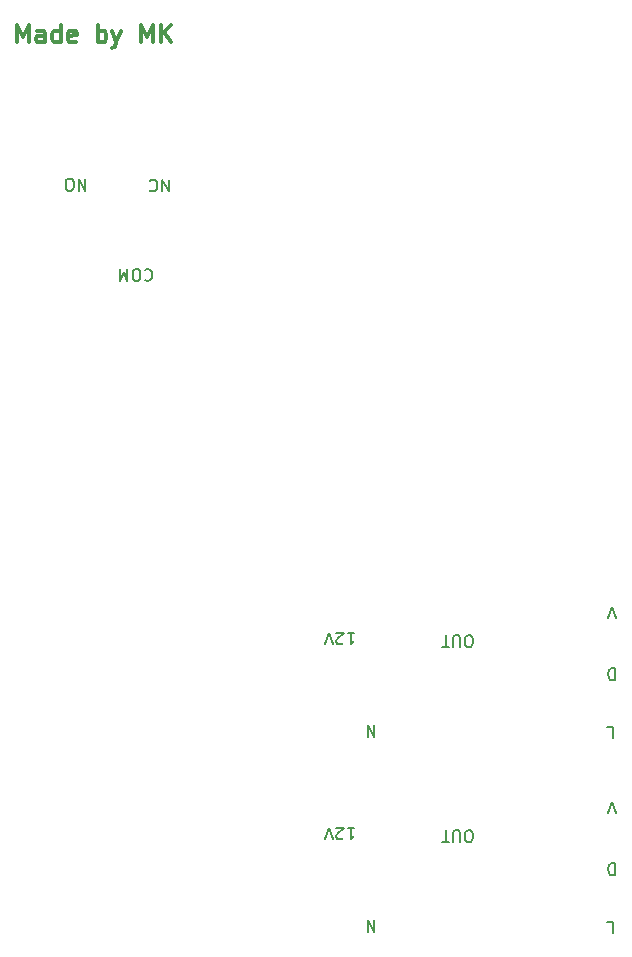
<source format=gbr>
%TF.GenerationSoftware,KiCad,Pcbnew,(6.0.5)*%
%TF.CreationDate,2023-02-13T18:16:20+09:00*%
%TF.ProjectId,charge shutdown PCB_v.2,63686172-6765-4207-9368-7574646f776e,rev?*%
%TF.SameCoordinates,Original*%
%TF.FileFunction,Legend,Bot*%
%TF.FilePolarity,Positive*%
%FSLAX46Y46*%
G04 Gerber Fmt 4.6, Leading zero omitted, Abs format (unit mm)*
G04 Created by KiCad (PCBNEW (6.0.5)) date 2023-02-13 18:16:20*
%MOMM*%
%LPD*%
G01*
G04 APERTURE LIST*
%ADD10C,0.300000*%
%ADD11C,0.150000*%
G04 APERTURE END LIST*
D10*
X130152000Y-23538571D02*
X130152000Y-22038571D01*
X130652000Y-23110000D01*
X131152000Y-22038571D01*
X131152000Y-23538571D01*
X132509142Y-23538571D02*
X132509142Y-22752857D01*
X132437714Y-22610000D01*
X132294857Y-22538571D01*
X132009142Y-22538571D01*
X131866285Y-22610000D01*
X132509142Y-23467142D02*
X132366285Y-23538571D01*
X132009142Y-23538571D01*
X131866285Y-23467142D01*
X131794857Y-23324285D01*
X131794857Y-23181428D01*
X131866285Y-23038571D01*
X132009142Y-22967142D01*
X132366285Y-22967142D01*
X132509142Y-22895714D01*
X133866285Y-23538571D02*
X133866285Y-22038571D01*
X133866285Y-23467142D02*
X133723428Y-23538571D01*
X133437714Y-23538571D01*
X133294857Y-23467142D01*
X133223428Y-23395714D01*
X133152000Y-23252857D01*
X133152000Y-22824285D01*
X133223428Y-22681428D01*
X133294857Y-22610000D01*
X133437714Y-22538571D01*
X133723428Y-22538571D01*
X133866285Y-22610000D01*
X135152000Y-23467142D02*
X135009142Y-23538571D01*
X134723428Y-23538571D01*
X134580571Y-23467142D01*
X134509142Y-23324285D01*
X134509142Y-22752857D01*
X134580571Y-22610000D01*
X134723428Y-22538571D01*
X135009142Y-22538571D01*
X135152000Y-22610000D01*
X135223428Y-22752857D01*
X135223428Y-22895714D01*
X134509142Y-23038571D01*
X137009142Y-23538571D02*
X137009142Y-22038571D01*
X137009142Y-22610000D02*
X137152000Y-22538571D01*
X137437714Y-22538571D01*
X137580571Y-22610000D01*
X137652000Y-22681428D01*
X137723428Y-22824285D01*
X137723428Y-23252857D01*
X137652000Y-23395714D01*
X137580571Y-23467142D01*
X137437714Y-23538571D01*
X137152000Y-23538571D01*
X137009142Y-23467142D01*
X138223428Y-22538571D02*
X138580571Y-23538571D01*
X138937714Y-22538571D02*
X138580571Y-23538571D01*
X138437714Y-23895714D01*
X138366285Y-23967142D01*
X138223428Y-24038571D01*
X140652000Y-23538571D02*
X140652000Y-22038571D01*
X141152000Y-23110000D01*
X141652000Y-22038571D01*
X141652000Y-23538571D01*
X142366285Y-23538571D02*
X142366285Y-22038571D01*
X143223428Y-23538571D02*
X142580571Y-22681428D01*
X143223428Y-22038571D02*
X142366285Y-22895714D01*
D11*
%TO.C,U1*%
X160432714Y-81335619D02*
X160432714Y-82335619D01*
X159861285Y-81335619D01*
X159861285Y-82335619D01*
X180779704Y-76535019D02*
X180779704Y-77535019D01*
X180541609Y-77535019D01*
X180398752Y-77487400D01*
X180303514Y-77392161D01*
X180255895Y-77296923D01*
X180208276Y-77106447D01*
X180208276Y-76963590D01*
X180255895Y-76773114D01*
X180303514Y-76677876D01*
X180398752Y-76582638D01*
X180541609Y-76535019D01*
X180779704Y-76535019D01*
X180901933Y-72302619D02*
X180568600Y-71302619D01*
X180235266Y-72302619D01*
X168513000Y-74741019D02*
X168322523Y-74741019D01*
X168227285Y-74693400D01*
X168132047Y-74598161D01*
X168084428Y-74407685D01*
X168084428Y-74074352D01*
X168132047Y-73883876D01*
X168227285Y-73788638D01*
X168322523Y-73741019D01*
X168513000Y-73741019D01*
X168608238Y-73788638D01*
X168703476Y-73883876D01*
X168751095Y-74074352D01*
X168751095Y-74407685D01*
X168703476Y-74598161D01*
X168608238Y-74693400D01*
X168513000Y-74741019D01*
X167655857Y-74741019D02*
X167655857Y-73931495D01*
X167608238Y-73836257D01*
X167560619Y-73788638D01*
X167465380Y-73741019D01*
X167274904Y-73741019D01*
X167179666Y-73788638D01*
X167132047Y-73836257D01*
X167084428Y-73931495D01*
X167084428Y-74741019D01*
X166751095Y-74741019D02*
X166179666Y-74741019D01*
X166465380Y-73741019D02*
X166465380Y-74741019D01*
X180157476Y-81462619D02*
X180633666Y-81462619D01*
X180633666Y-82462619D01*
X158149847Y-73512419D02*
X158721276Y-73512419D01*
X158435561Y-73512419D02*
X158435561Y-74512419D01*
X158530800Y-74369561D01*
X158626038Y-74274323D01*
X158721276Y-74226704D01*
X157768895Y-74417180D02*
X157721276Y-74464800D01*
X157626038Y-74512419D01*
X157387942Y-74512419D01*
X157292704Y-74464800D01*
X157245085Y-74417180D01*
X157197466Y-74321942D01*
X157197466Y-74226704D01*
X157245085Y-74083847D01*
X157816514Y-73512419D01*
X157197466Y-73512419D01*
X156911752Y-74512419D02*
X156578419Y-73512419D01*
X156245085Y-74512419D01*
%TO.C,RELAY_DISCHARGE1*%
X143040514Y-35158419D02*
X143040514Y-36158419D01*
X142469085Y-35158419D01*
X142469085Y-36158419D01*
X141421466Y-35253657D02*
X141469085Y-35206038D01*
X141611942Y-35158419D01*
X141707180Y-35158419D01*
X141850038Y-35206038D01*
X141945276Y-35301276D01*
X141992895Y-35396514D01*
X142040514Y-35586990D01*
X142040514Y-35729847D01*
X141992895Y-35920323D01*
X141945276Y-36015561D01*
X141850038Y-36110800D01*
X141707180Y-36158419D01*
X141611942Y-36158419D01*
X141469085Y-36110800D01*
X141421466Y-36063180D01*
X140993714Y-42822857D02*
X141041333Y-42775238D01*
X141184190Y-42727619D01*
X141279428Y-42727619D01*
X141422285Y-42775238D01*
X141517523Y-42870476D01*
X141565142Y-42965714D01*
X141612761Y-43156190D01*
X141612761Y-43299047D01*
X141565142Y-43489523D01*
X141517523Y-43584761D01*
X141422285Y-43680000D01*
X141279428Y-43727619D01*
X141184190Y-43727619D01*
X141041333Y-43680000D01*
X140993714Y-43632380D01*
X140374666Y-43727619D02*
X140184190Y-43727619D01*
X140088952Y-43680000D01*
X139993714Y-43584761D01*
X139946095Y-43394285D01*
X139946095Y-43060952D01*
X139993714Y-42870476D01*
X140088952Y-42775238D01*
X140184190Y-42727619D01*
X140374666Y-42727619D01*
X140469904Y-42775238D01*
X140565142Y-42870476D01*
X140612761Y-43060952D01*
X140612761Y-43394285D01*
X140565142Y-43584761D01*
X140469904Y-43680000D01*
X140374666Y-43727619D01*
X139517523Y-42727619D02*
X139517523Y-43727619D01*
X139184190Y-43013333D01*
X138850857Y-43727619D01*
X138850857Y-42727619D01*
X135952323Y-35082219D02*
X135952323Y-36082219D01*
X135380895Y-35082219D01*
X135380895Y-36082219D01*
X134714228Y-36082219D02*
X134523752Y-36082219D01*
X134428514Y-36034600D01*
X134333276Y-35939361D01*
X134285657Y-35748885D01*
X134285657Y-35415552D01*
X134333276Y-35225076D01*
X134428514Y-35129838D01*
X134523752Y-35082219D01*
X134714228Y-35082219D01*
X134809466Y-35129838D01*
X134904704Y-35225076D01*
X134952323Y-35415552D01*
X134952323Y-35748885D01*
X134904704Y-35939361D01*
X134809466Y-36034600D01*
X134714228Y-36082219D01*
%TO.C,U2*%
X180779704Y-93045019D02*
X180779704Y-94045019D01*
X180541609Y-94045019D01*
X180398752Y-93997400D01*
X180303514Y-93902161D01*
X180255895Y-93806923D01*
X180208276Y-93616447D01*
X180208276Y-93473590D01*
X180255895Y-93283114D01*
X180303514Y-93187876D01*
X180398752Y-93092638D01*
X180541609Y-93045019D01*
X180779704Y-93045019D01*
X180157476Y-97972619D02*
X180633666Y-97972619D01*
X180633666Y-98972619D01*
X168513000Y-91251019D02*
X168322523Y-91251019D01*
X168227285Y-91203400D01*
X168132047Y-91108161D01*
X168084428Y-90917685D01*
X168084428Y-90584352D01*
X168132047Y-90393876D01*
X168227285Y-90298638D01*
X168322523Y-90251019D01*
X168513000Y-90251019D01*
X168608238Y-90298638D01*
X168703476Y-90393876D01*
X168751095Y-90584352D01*
X168751095Y-90917685D01*
X168703476Y-91108161D01*
X168608238Y-91203400D01*
X168513000Y-91251019D01*
X167655857Y-91251019D02*
X167655857Y-90441495D01*
X167608238Y-90346257D01*
X167560619Y-90298638D01*
X167465380Y-90251019D01*
X167274904Y-90251019D01*
X167179666Y-90298638D01*
X167132047Y-90346257D01*
X167084428Y-90441495D01*
X167084428Y-91251019D01*
X166751095Y-91251019D02*
X166179666Y-91251019D01*
X166465380Y-90251019D02*
X166465380Y-91251019D01*
X160432714Y-97845619D02*
X160432714Y-98845619D01*
X159861285Y-97845619D01*
X159861285Y-98845619D01*
X158149847Y-90022419D02*
X158721276Y-90022419D01*
X158435561Y-90022419D02*
X158435561Y-91022419D01*
X158530800Y-90879561D01*
X158626038Y-90784323D01*
X158721276Y-90736704D01*
X157768895Y-90927180D02*
X157721276Y-90974800D01*
X157626038Y-91022419D01*
X157387942Y-91022419D01*
X157292704Y-90974800D01*
X157245085Y-90927180D01*
X157197466Y-90831942D01*
X157197466Y-90736704D01*
X157245085Y-90593847D01*
X157816514Y-90022419D01*
X157197466Y-90022419D01*
X156911752Y-91022419D02*
X156578419Y-90022419D01*
X156245085Y-91022419D01*
X180901933Y-88812619D02*
X180568600Y-87812619D01*
X180235266Y-88812619D01*
%TD*%
M02*

</source>
